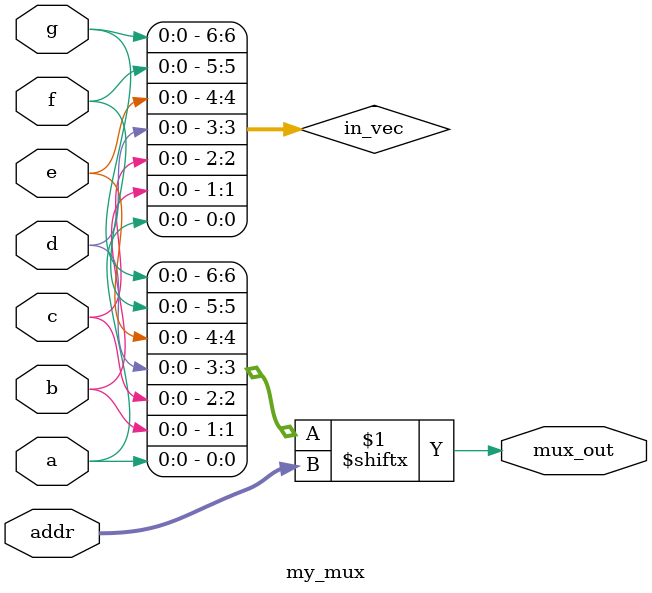
<source format=v>
module my_mux(a, b, c, d, e, f, g, addr, mux_out);
	input a,
			b,
			c,
			d,
			e,
			f,
			g;
			
	input	[2:0] addr;
	
	output mux_out;
	
	wire [6:0] in_vec = {g, f, e, d, c, b, a};

	assign mux_out = in_vec[addr];

endmodule 
</source>
